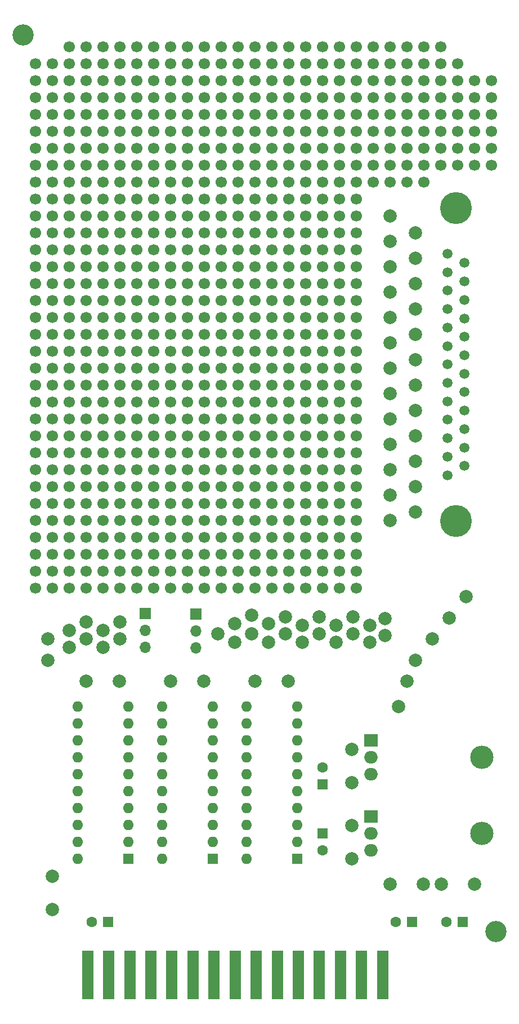
<source format=gts>
%TF.GenerationSoftware,KiCad,Pcbnew,(6.0.0)*%
%TF.CreationDate,2022-03-13T19:33:12-04:00*%
%TF.ProjectId,Northstar Protoboard,4e6f7274-6873-4746-9172-2050726f746f,rev?*%
%TF.SameCoordinates,Original*%
%TF.FileFunction,Soldermask,Top*%
%TF.FilePolarity,Negative*%
%FSLAX46Y46*%
G04 Gerber Fmt 4.6, Leading zero omitted, Abs format (unit mm)*
G04 Created by KiCad (PCBNEW (6.0.0)) date 2022-03-13 19:33:12*
%MOMM*%
%LPD*%
G01*
G04 APERTURE LIST*
%ADD10C,1.700000*%
%ADD11C,2.000000*%
%ADD12C,3.200000*%
%ADD13R,1.600000X1.600000*%
%ADD14C,1.600000*%
%ADD15R,1.700000X1.700000*%
%ADD16O,1.700000X1.700000*%
%ADD17O,3.500000X3.500000*%
%ADD18R,2.000000X1.905000*%
%ADD19O,2.000000X1.905000*%
%ADD20R,1.700000X7.400000*%
%ADD21O,1.600000X1.600000*%
%ADD22C,1.500000*%
%ADD23C,4.800000*%
G04 APERTURE END LIST*
D10*
%TO.C,REF\u002A\u002A*%
X76200000Y-35560000D03*
%TD*%
%TO.C,REF\u002A\u002A*%
X104140000Y-66040000D03*
%TD*%
%TO.C,REF\u002A\u002A*%
X104140000Y-73660000D03*
%TD*%
%TO.C,REF\u002A\u002A*%
X73660000Y-81280000D03*
%TD*%
%TO.C,REF\u002A\u002A*%
X93980000Y-81280000D03*
%TD*%
%TO.C,REF\u002A\u002A*%
X63500000Y-71120000D03*
%TD*%
%TO.C,REF\u002A\u002A*%
X96520000Y-78740000D03*
%TD*%
%TO.C,REF\u002A\u002A*%
X78740000Y-99060000D03*
%TD*%
%TO.C,REF\u002A\u002A*%
X76200000Y-104140000D03*
%TD*%
D11*
%TO.C,J6*%
X103632000Y-113538000D03*
%TD*%
%TO.C,J41*%
X118110000Y-95250000D03*
%TD*%
D10*
%TO.C,REF\u002A\u002A*%
X66040000Y-55880000D03*
%TD*%
D11*
%TO.C,J26*%
X123190000Y-111125000D03*
%TD*%
D10*
%TO.C,REF\u002A\u002A*%
X106680000Y-58420000D03*
%TD*%
%TO.C,REF\u002A\u002A*%
X93980000Y-78740000D03*
%TD*%
%TO.C,REF\u002A\u002A*%
X91440000Y-43180000D03*
%TD*%
D11*
%TO.C,J28*%
X111252000Y-112268000D03*
%TD*%
D10*
%TO.C,REF\u002A\u002A*%
X111760000Y-40640000D03*
%TD*%
%TO.C,REF\u002A\u002A*%
X93980000Y-33020000D03*
%TD*%
%TO.C,REF\u002A\u002A*%
X104140000Y-93980000D03*
%TD*%
%TO.C,REF\u002A\u002A*%
X106680000Y-40640000D03*
%TD*%
%TO.C,REF\u002A\u002A*%
X119380000Y-45720000D03*
%TD*%
%TO.C,REF\u002A\u002A*%
X88900000Y-43180000D03*
%TD*%
D11*
%TO.C,J45*%
X118110000Y-87630000D03*
%TD*%
D10*
%TO.C,REF\u002A\u002A*%
X116840000Y-35560000D03*
%TD*%
%TO.C,REF\u002A\u002A*%
X104140000Y-45720000D03*
%TD*%
%TO.C,REF\u002A\u002A*%
X96520000Y-30480000D03*
%TD*%
D11*
%TO.C,J12*%
X93472000Y-113538000D03*
%TD*%
D10*
%TO.C,REF\u002A\u002A*%
X66040000Y-60960000D03*
%TD*%
%TO.C,REF\u002A\u002A*%
X63500000Y-88900000D03*
%TD*%
%TO.C,REF\u002A\u002A*%
X109220000Y-73660000D03*
%TD*%
%TO.C,REF\u002A\u002A*%
X86360000Y-50800000D03*
%TD*%
%TO.C,REF\u002A\u002A*%
X63500000Y-78740000D03*
%TD*%
%TO.C,REF\u002A\u002A*%
X63500000Y-38100000D03*
%TD*%
%TO.C,REF\u002A\u002A*%
X111760000Y-33020000D03*
%TD*%
%TO.C,REF\u002A\u002A*%
X114300000Y-45720000D03*
%TD*%
%TO.C,REF\u002A\u002A*%
X124460000Y-30480000D03*
%TD*%
%TO.C,REF\u002A\u002A*%
X83820000Y-27940000D03*
%TD*%
%TO.C,REF\u002A\u002A*%
X127000000Y-43180000D03*
%TD*%
%TO.C,REF\u002A\u002A*%
X109220000Y-43180000D03*
%TD*%
%TO.C,REF\u002A\u002A*%
X76200000Y-58420000D03*
%TD*%
%TO.C,REF\u002A\u002A*%
X88900000Y-78740000D03*
%TD*%
%TO.C,REF\u002A\u002A*%
X91440000Y-60960000D03*
%TD*%
%TO.C,REF\u002A\u002A*%
X104140000Y-43180000D03*
%TD*%
%TO.C,REF\u002A\u002A*%
X88900000Y-76200000D03*
%TD*%
%TO.C,REF\u002A\u002A*%
X101600000Y-86360000D03*
%TD*%
%TO.C,REF\u002A\u002A*%
X60960000Y-76200000D03*
%TD*%
%TO.C,REF\u002A\u002A*%
X111760000Y-25400000D03*
%TD*%
%TO.C,REF\u002A\u002A*%
X63500000Y-96520000D03*
%TD*%
%TO.C,REF\u002A\u002A*%
X73660000Y-96520000D03*
%TD*%
%TO.C,REF\u002A\u002A*%
X99060000Y-25400000D03*
%TD*%
%TO.C,REF\u002A\u002A*%
X88900000Y-99060000D03*
%TD*%
%TO.C,REF\u002A\u002A*%
X60960000Y-88900000D03*
%TD*%
%TO.C,REF\u002A\u002A*%
X63500000Y-45720000D03*
%TD*%
%TO.C,REF\u002A\u002A*%
X104140000Y-55880000D03*
%TD*%
%TO.C,REF\u002A\u002A*%
X76200000Y-63500000D03*
%TD*%
%TO.C,REF\u002A\u002A*%
X68580000Y-76200000D03*
%TD*%
%TO.C,REF\u002A\u002A*%
X86360000Y-55880000D03*
%TD*%
%TO.C,REF\u002A\u002A*%
X106680000Y-76200000D03*
%TD*%
%TO.C,REF\u002A\u002A*%
X93980000Y-50800000D03*
%TD*%
D11*
%TO.C,J3*%
X62865000Y-117475000D03*
%TD*%
D10*
%TO.C,REF\u002A\u002A*%
X109220000Y-71120000D03*
%TD*%
%TO.C,REF\u002A\u002A*%
X119380000Y-27940000D03*
%TD*%
%TO.C,REF\u002A\u002A*%
X76200000Y-53340000D03*
%TD*%
%TO.C,REF\u002A\u002A*%
X76200000Y-48260000D03*
%TD*%
%TO.C,REF\u002A\u002A*%
X88900000Y-96520000D03*
%TD*%
%TO.C,REF\u002A\u002A*%
X106680000Y-33020000D03*
%TD*%
%TO.C,REF\u002A\u002A*%
X66040000Y-101600000D03*
%TD*%
%TO.C,REF\u002A\u002A*%
X99060000Y-33020000D03*
%TD*%
%TO.C,REF\u002A\u002A*%
X60960000Y-96520000D03*
%TD*%
%TO.C,REF\u002A\u002A*%
X96520000Y-101600000D03*
%TD*%
%TO.C,REF\u002A\u002A*%
X104140000Y-35560000D03*
%TD*%
%TO.C,REF\u002A\u002A*%
X111760000Y-45720000D03*
%TD*%
%TO.C,REF\u002A\u002A*%
X60960000Y-71120000D03*
%TD*%
%TO.C,REF\u002A\u002A*%
X78740000Y-48260000D03*
%TD*%
%TO.C,REF\u002A\u002A*%
X96520000Y-96520000D03*
%TD*%
%TO.C,REF\u002A\u002A*%
X68580000Y-83820000D03*
%TD*%
%TO.C,REF\u002A\u002A*%
X106680000Y-86360000D03*
%TD*%
%TO.C,REF\u002A\u002A*%
X66040000Y-33020000D03*
%TD*%
D12*
%TO.C,REF\u002A\u002A*%
X130222000Y-158186000D03*
%TD*%
D10*
%TO.C,REF\u002A\u002A*%
X119380000Y-30480000D03*
%TD*%
%TO.C,REF\u002A\u002A*%
X104140000Y-71120000D03*
%TD*%
%TO.C,REF\u002A\u002A*%
X121920000Y-30480000D03*
%TD*%
%TO.C,REF\u002A\u002A*%
X71120000Y-58420000D03*
%TD*%
%TO.C,REF\u002A\u002A*%
X60960000Y-30480000D03*
%TD*%
%TO.C,REF\u002A\u002A*%
X63500000Y-63500000D03*
%TD*%
%TO.C,REF\u002A\u002A*%
X93980000Y-43180000D03*
%TD*%
%TO.C,REF\u002A\u002A*%
X73660000Y-33020000D03*
%TD*%
%TO.C,REF\u002A\u002A*%
X63500000Y-33020000D03*
%TD*%
%TO.C,REF\u002A\u002A*%
X83820000Y-55880000D03*
%TD*%
%TO.C,REF\u002A\u002A*%
X66040000Y-88900000D03*
%TD*%
%TO.C,REF\u002A\u002A*%
X76200000Y-93980000D03*
%TD*%
%TO.C,REF\u002A\u002A*%
X101600000Y-91440000D03*
%TD*%
%TO.C,REF\u002A\u002A*%
X88900000Y-106680000D03*
%TD*%
%TO.C,REF\u002A\u002A*%
X71120000Y-35560000D03*
%TD*%
%TO.C,REF\u002A\u002A*%
X101600000Y-48260000D03*
%TD*%
%TO.C,REF\u002A\u002A*%
X76200000Y-25400000D03*
%TD*%
%TO.C,REF\u002A\u002A*%
X78740000Y-30480000D03*
%TD*%
%TO.C,REF\u002A\u002A*%
X121920000Y-38100000D03*
%TD*%
%TO.C,REF\u002A\u002A*%
X111760000Y-30480000D03*
%TD*%
%TO.C,REF\u002A\u002A*%
X129540000Y-30480000D03*
%TD*%
%TO.C,REF\u002A\u002A*%
X93980000Y-25400000D03*
%TD*%
%TO.C,REF\u002A\u002A*%
X66040000Y-63500000D03*
%TD*%
%TO.C,REF\u002A\u002A*%
X76200000Y-91440000D03*
%TD*%
%TO.C,REF\u002A\u002A*%
X71120000Y-45720000D03*
%TD*%
D11*
%TO.C,J58*%
X114300000Y-62230000D03*
%TD*%
D10*
%TO.C,REF\u002A\u002A*%
X78740000Y-86360000D03*
%TD*%
%TO.C,REF\u002A\u002A*%
X81280000Y-78740000D03*
%TD*%
%TO.C,REF\u002A\u002A*%
X76200000Y-27940000D03*
%TD*%
%TO.C,REF\u002A\u002A*%
X71120000Y-63500000D03*
%TD*%
%TO.C,REF\u002A\u002A*%
X88900000Y-60960000D03*
%TD*%
%TO.C,REF\u002A\u002A*%
X116840000Y-43180000D03*
%TD*%
%TO.C,REF\u002A\u002A*%
X99060000Y-73660000D03*
%TD*%
%TO.C,REF\u002A\u002A*%
X114300000Y-38100000D03*
%TD*%
%TO.C,REF\u002A\u002A*%
X86360000Y-35560000D03*
%TD*%
%TO.C,REF\u002A\u002A*%
X104140000Y-83820000D03*
%TD*%
%TO.C,REF\u002A\u002A*%
X127000000Y-38100000D03*
%TD*%
%TO.C,REF\u002A\u002A*%
X121920000Y-27940000D03*
%TD*%
%TO.C,REF\u002A\u002A*%
X91440000Y-91440000D03*
%TD*%
%TO.C,REF\u002A\u002A*%
X68580000Y-30480000D03*
%TD*%
%TO.C,REF\u002A\u002A*%
X93980000Y-27940000D03*
%TD*%
%TO.C,REF\u002A\u002A*%
X106680000Y-30480000D03*
%TD*%
%TO.C,REF\u002A\u002A*%
X101600000Y-35560000D03*
%TD*%
%TO.C,REF\u002A\u002A*%
X88900000Y-40640000D03*
%TD*%
%TO.C,REF\u002A\u002A*%
X86360000Y-27940000D03*
%TD*%
%TO.C,REF\u002A\u002A*%
X104140000Y-27940000D03*
%TD*%
%TO.C,REF\u002A\u002A*%
X106680000Y-81280000D03*
%TD*%
%TO.C,REF\u002A\u002A*%
X68580000Y-66040000D03*
%TD*%
%TO.C,REF\u002A\u002A*%
X83820000Y-25400000D03*
%TD*%
%TO.C,REF\u002A\u002A*%
X104140000Y-106680000D03*
%TD*%
%TO.C,REF\u002A\u002A*%
X63500000Y-68580000D03*
%TD*%
%TO.C,REF\u002A\u002A*%
X71120000Y-76200000D03*
%TD*%
%TO.C,REF\u002A\u002A*%
X109220000Y-86360000D03*
%TD*%
%TO.C,REF\u002A\u002A*%
X106680000Y-78740000D03*
%TD*%
%TO.C,REF\u002A\u002A*%
X60960000Y-50800000D03*
%TD*%
%TO.C,REF\u002A\u002A*%
X81280000Y-71120000D03*
%TD*%
%TO.C,REF\u002A\u002A*%
X88900000Y-30480000D03*
%TD*%
%TO.C,REF\u002A\u002A*%
X91440000Y-66040000D03*
%TD*%
%TO.C,REF\u002A\u002A*%
X96520000Y-35560000D03*
%TD*%
%TO.C,REF\u002A\u002A*%
X91440000Y-83820000D03*
%TD*%
%TO.C,REF\u002A\u002A*%
X101600000Y-45720000D03*
%TD*%
%TO.C,REF\u002A\u002A*%
X86360000Y-45720000D03*
%TD*%
%TO.C,REF\u002A\u002A*%
X83820000Y-63500000D03*
%TD*%
%TO.C,REF\u002A\u002A*%
X101600000Y-38100000D03*
%TD*%
%TO.C,REF\u002A\u002A*%
X81280000Y-58420000D03*
%TD*%
%TO.C,REF\u002A\u002A*%
X109220000Y-58420000D03*
%TD*%
%TO.C,REF\u002A\u002A*%
X104140000Y-50800000D03*
%TD*%
%TO.C,REF\u002A\u002A*%
X101600000Y-66040000D03*
%TD*%
%TO.C,REF\u002A\u002A*%
X81280000Y-33020000D03*
%TD*%
%TO.C,REF\u002A\u002A*%
X76200000Y-106680000D03*
%TD*%
%TO.C,REF\u002A\u002A*%
X78740000Y-50800000D03*
%TD*%
%TO.C,REF\u002A\u002A*%
X78740000Y-76200000D03*
%TD*%
%TO.C,REF\u002A\u002A*%
X78740000Y-38100000D03*
%TD*%
%TO.C,REF\u002A\u002A*%
X106680000Y-45720000D03*
%TD*%
%TO.C,REF\u002A\u002A*%
X86360000Y-66040000D03*
%TD*%
%TO.C,REF\u002A\u002A*%
X83820000Y-40640000D03*
%TD*%
D11*
%TO.C,J37*%
X108712000Y-110998000D03*
%TD*%
D10*
%TO.C,REF\u002A\u002A*%
X88900000Y-104140000D03*
%TD*%
%TO.C,REF\u002A\u002A*%
X99060000Y-45720000D03*
%TD*%
%TO.C,REF\u002A\u002A*%
X127000000Y-40640000D03*
%TD*%
%TO.C,REF\u002A\u002A*%
X68580000Y-48260000D03*
%TD*%
%TO.C,REF\u002A\u002A*%
X83820000Y-81280000D03*
%TD*%
%TO.C,REF\u002A\u002A*%
X78740000Y-106680000D03*
%TD*%
%TO.C,REF\u002A\u002A*%
X101600000Y-60960000D03*
%TD*%
%TO.C,REF\u002A\u002A*%
X66040000Y-73660000D03*
%TD*%
%TO.C,REF\u002A\u002A*%
X83820000Y-48260000D03*
%TD*%
%TO.C,REF\u002A\u002A*%
X86360000Y-76200000D03*
%TD*%
%TO.C,REF\u002A\u002A*%
X114300000Y-35560000D03*
%TD*%
D11*
%TO.C,J52*%
X114300000Y-73660000D03*
%TD*%
D13*
%TO.C,C8*%
X104140000Y-143510000D03*
D14*
X104140000Y-146010000D03*
%TD*%
D10*
%TO.C,REF\u002A\u002A*%
X93980000Y-55880000D03*
%TD*%
%TO.C,REF\u002A\u002A*%
X66040000Y-104140000D03*
%TD*%
D11*
%TO.C,J29*%
X101130002Y-112268000D03*
%TD*%
D10*
%TO.C,REF\u002A\u002A*%
X68580000Y-71120000D03*
%TD*%
D11*
%TO.C,C5*%
X127000000Y-151130000D03*
X122000000Y-151130000D03*
%TD*%
D10*
%TO.C,REF\u002A\u002A*%
X83820000Y-58420000D03*
%TD*%
%TO.C,REF\u002A\u002A*%
X86360000Y-63500000D03*
%TD*%
%TO.C,REF\u002A\u002A*%
X96520000Y-86360000D03*
%TD*%
D11*
%TO.C,C13*%
X94020000Y-120650000D03*
X99020000Y-120650000D03*
%TD*%
D10*
%TO.C,REF\u002A\u002A*%
X78740000Y-81280000D03*
%TD*%
%TO.C,REF\u002A\u002A*%
X124460000Y-40640000D03*
%TD*%
%TO.C,REF\u002A\u002A*%
X129540000Y-35560000D03*
%TD*%
%TO.C,REF\u002A\u002A*%
X104140000Y-63500000D03*
%TD*%
%TO.C,REF\u002A\u002A*%
X91440000Y-78740000D03*
%TD*%
%TO.C,REF\u002A\u002A*%
X73660000Y-38100000D03*
%TD*%
%TO.C,REF\u002A\u002A*%
X99060000Y-53340000D03*
%TD*%
D11*
%TO.C,J4*%
X120650000Y-114300000D03*
%TD*%
D10*
%TO.C,REF\u002A\u002A*%
X63500000Y-53340000D03*
%TD*%
%TO.C,REF\u002A\u002A*%
X116840000Y-33020000D03*
%TD*%
%TO.C,REF\u002A\u002A*%
X101600000Y-96520000D03*
%TD*%
%TO.C,REF\u002A\u002A*%
X86360000Y-58420000D03*
%TD*%
%TO.C,REF\u002A\u002A*%
X86360000Y-60960000D03*
%TD*%
%TO.C,REF\u002A\u002A*%
X66040000Y-99060000D03*
%TD*%
D11*
%TO.C,J25*%
X116840000Y-120650000D03*
%TD*%
D10*
%TO.C,REF\u002A\u002A*%
X86360000Y-101600000D03*
%TD*%
%TO.C,REF\u002A\u002A*%
X68580000Y-35560000D03*
%TD*%
%TO.C,REF\u002A\u002A*%
X96520000Y-48260000D03*
%TD*%
%TO.C,REF\u002A\u002A*%
X109220000Y-66040000D03*
%TD*%
%TO.C,REF\u002A\u002A*%
X68580000Y-88900000D03*
%TD*%
%TO.C,REF\u002A\u002A*%
X93980000Y-40640000D03*
%TD*%
%TO.C,REF\u002A\u002A*%
X91440000Y-63500000D03*
%TD*%
%TO.C,REF\u002A\u002A*%
X93980000Y-60960000D03*
%TD*%
%TO.C,REF\u002A\u002A*%
X91440000Y-27940000D03*
%TD*%
%TO.C,REF\u002A\u002A*%
X101600000Y-71120000D03*
%TD*%
%TO.C,REF\u002A\u002A*%
X71120000Y-27940000D03*
%TD*%
%TO.C,REF\u002A\u002A*%
X106680000Y-50800000D03*
%TD*%
%TO.C,REF\u002A\u002A*%
X71120000Y-68580000D03*
%TD*%
%TO.C,REF\u002A\u002A*%
X101600000Y-106680000D03*
%TD*%
%TO.C,REF\u002A\u002A*%
X93980000Y-83820000D03*
%TD*%
%TO.C,REF\u002A\u002A*%
X106680000Y-27940000D03*
%TD*%
D15*
%TO.C,J27*%
X77470000Y-110490000D03*
D16*
X77470000Y-113030000D03*
X77470000Y-115570000D03*
%TD*%
D10*
%TO.C,REF\u002A\u002A*%
X93980000Y-101600000D03*
%TD*%
%TO.C,REF\u002A\u002A*%
X91440000Y-38100000D03*
%TD*%
%TO.C,REF\u002A\u002A*%
X96520000Y-76200000D03*
%TD*%
D11*
%TO.C,J35*%
X106172000Y-114808000D03*
%TD*%
D10*
%TO.C,REF\u002A\u002A*%
X73660000Y-30480000D03*
%TD*%
%TO.C,REF\u002A\u002A*%
X109220000Y-25400000D03*
%TD*%
%TO.C,REF\u002A\u002A*%
X109220000Y-63500000D03*
%TD*%
%TO.C,REF\u002A\u002A*%
X66040000Y-50800000D03*
%TD*%
%TO.C,REF\u002A\u002A*%
X109220000Y-38100000D03*
%TD*%
%TO.C,REF\u002A\u002A*%
X78740000Y-78740000D03*
%TD*%
%TO.C,REF\u002A\u002A*%
X60960000Y-60960000D03*
%TD*%
D11*
%TO.C,J47*%
X118110000Y-83820000D03*
%TD*%
D10*
%TO.C,REF\u002A\u002A*%
X96520000Y-88900000D03*
%TD*%
%TO.C,REF\u002A\u002A*%
X101600000Y-104140000D03*
%TD*%
%TO.C,REF\u002A\u002A*%
X71120000Y-50800000D03*
%TD*%
%TO.C,REF\u002A\u002A*%
X78740000Y-33020000D03*
%TD*%
%TO.C,REF\u002A\u002A*%
X116840000Y-25400000D03*
%TD*%
%TO.C,REF\u002A\u002A*%
X109220000Y-93980000D03*
%TD*%
%TO.C,REF\u002A\u002A*%
X78740000Y-58420000D03*
%TD*%
%TO.C,REF\u002A\u002A*%
X71120000Y-93980000D03*
%TD*%
%TO.C,REF\u002A\u002A*%
X83820000Y-91440000D03*
%TD*%
%TO.C,REF\u002A\u002A*%
X60960000Y-83820000D03*
%TD*%
%TO.C,REF\u002A\u002A*%
X106680000Y-91440000D03*
%TD*%
%TO.C,REF\u002A\u002A*%
X76200000Y-66040000D03*
%TD*%
%TO.C,REF\u002A\u002A*%
X73660000Y-53340000D03*
%TD*%
D11*
%TO.C,C4*%
X63500000Y-149900000D03*
X63500000Y-154900000D03*
%TD*%
D13*
%TO.C,C2*%
X125262000Y-156796000D03*
D14*
X122762000Y-156796000D03*
%TD*%
D10*
%TO.C,REF\u002A\u002A*%
X60960000Y-33020000D03*
%TD*%
%TO.C,REF\u002A\u002A*%
X68580000Y-40640000D03*
%TD*%
%TO.C,REF\u002A\u002A*%
X66040000Y-106680000D03*
%TD*%
%TO.C,REF\u002A\u002A*%
X86360000Y-43180000D03*
%TD*%
%TO.C,REF\u002A\u002A*%
X71120000Y-55880000D03*
%TD*%
%TO.C,REF\u002A\u002A*%
X101600000Y-27940000D03*
%TD*%
D11*
%TO.C,J39*%
X114300000Y-96520000D03*
%TD*%
D10*
%TO.C,REF\u002A\u002A*%
X106680000Y-63500000D03*
%TD*%
D11*
%TO.C,J55*%
X118110000Y-68580000D03*
%TD*%
%TO.C,J2*%
X115570000Y-124460000D03*
%TD*%
%TO.C,J56*%
X114300000Y-66040000D03*
%TD*%
D10*
%TO.C,REF\u002A\u002A*%
X71120000Y-25400000D03*
%TD*%
%TO.C,REF\u002A\u002A*%
X99060000Y-27940000D03*
%TD*%
%TO.C,REF\u002A\u002A*%
X76200000Y-101600000D03*
%TD*%
%TO.C,REF\u002A\u002A*%
X91440000Y-73660000D03*
%TD*%
%TO.C,REF\u002A\u002A*%
X81280000Y-81280000D03*
%TD*%
%TO.C,REF\u002A\u002A*%
X63500000Y-76200000D03*
%TD*%
%TO.C,REF\u002A\u002A*%
X101600000Y-78740000D03*
%TD*%
%TO.C,REF\u002A\u002A*%
X96520000Y-25400000D03*
%TD*%
%TO.C,REF\u002A\u002A*%
X71120000Y-81280000D03*
%TD*%
%TO.C,REF\u002A\u002A*%
X104140000Y-88900000D03*
%TD*%
%TO.C,REF\u002A\u002A*%
X109220000Y-27940000D03*
%TD*%
%TO.C,REF\u002A\u002A*%
X88900000Y-68580000D03*
%TD*%
%TO.C,REF\u002A\u002A*%
X93980000Y-66040000D03*
%TD*%
%TO.C,REF\u002A\u002A*%
X127000000Y-33020000D03*
%TD*%
%TO.C,REF\u002A\u002A*%
X109220000Y-68580000D03*
%TD*%
%TO.C,REF\u002A\u002A*%
X119380000Y-38100000D03*
%TD*%
D11*
%TO.C,J30*%
X96012000Y-112014000D03*
%TD*%
D10*
%TO.C,REF\u002A\u002A*%
X124460000Y-27940000D03*
%TD*%
%TO.C,REF\u002A\u002A*%
X104140000Y-30480000D03*
%TD*%
%TO.C,REF\u002A\u002A*%
X66040000Y-40640000D03*
%TD*%
%TO.C,REF\u002A\u002A*%
X68580000Y-101600000D03*
%TD*%
%TO.C,REF\u002A\u002A*%
X114300000Y-30480000D03*
%TD*%
%TO.C,REF\u002A\u002A*%
X86360000Y-40640000D03*
%TD*%
%TO.C,REF\u002A\u002A*%
X109220000Y-45720000D03*
%TD*%
%TO.C,REF\u002A\u002A*%
X71120000Y-33020000D03*
%TD*%
%TO.C,REF\u002A\u002A*%
X68580000Y-73660000D03*
%TD*%
%TO.C,REF\u002A\u002A*%
X81280000Y-50800000D03*
%TD*%
%TO.C,REF\u002A\u002A*%
X66040000Y-68580000D03*
%TD*%
%TO.C,REF\u002A\u002A*%
X96520000Y-60960000D03*
%TD*%
%TO.C,REF\u002A\u002A*%
X73660000Y-45720000D03*
%TD*%
%TO.C,REF\u002A\u002A*%
X78740000Y-68580000D03*
%TD*%
D11*
%TO.C,C6*%
X114300000Y-151130000D03*
X119300000Y-151130000D03*
%TD*%
D10*
%TO.C,REF\u002A\u002A*%
X91440000Y-25400000D03*
%TD*%
%TO.C,REF\u002A\u002A*%
X83820000Y-35560000D03*
%TD*%
%TO.C,REF\u002A\u002A*%
X73660000Y-58420000D03*
%TD*%
%TO.C,REF\u002A\u002A*%
X71120000Y-43180000D03*
%TD*%
D11*
%TO.C,J9*%
X113576002Y-113792000D03*
%TD*%
D10*
%TO.C,REF\u002A\u002A*%
X124460000Y-35560000D03*
%TD*%
%TO.C,REF\u002A\u002A*%
X68580000Y-99060000D03*
%TD*%
%TO.C,REF\u002A\u002A*%
X129540000Y-43180000D03*
%TD*%
%TO.C,REF\u002A\u002A*%
X63500000Y-40640000D03*
%TD*%
%TO.C,REF\u002A\u002A*%
X91440000Y-71120000D03*
%TD*%
%TO.C,REF\u002A\u002A*%
X60960000Y-45720000D03*
%TD*%
%TO.C,REF\u002A\u002A*%
X83820000Y-43180000D03*
%TD*%
%TO.C,REF\u002A\u002A*%
X91440000Y-33020000D03*
%TD*%
%TO.C,REF\u002A\u002A*%
X96520000Y-66040000D03*
%TD*%
%TO.C,REF\u002A\u002A*%
X71120000Y-78740000D03*
%TD*%
%TO.C,REF\u002A\u002A*%
X86360000Y-53340000D03*
%TD*%
%TO.C,REF\u002A\u002A*%
X81280000Y-76200000D03*
%TD*%
%TO.C,REF\u002A\u002A*%
X101600000Y-101600000D03*
%TD*%
%TO.C,REF\u002A\u002A*%
X73660000Y-40640000D03*
%TD*%
%TO.C,REF\u002A\u002A*%
X63500000Y-99060000D03*
%TD*%
%TO.C,REF\u002A\u002A*%
X104140000Y-91440000D03*
%TD*%
%TO.C,REF\u002A\u002A*%
X81280000Y-53340000D03*
%TD*%
D11*
%TO.C,J21*%
X71120000Y-115570000D03*
%TD*%
D10*
%TO.C,REF\u002A\u002A*%
X93980000Y-48260000D03*
%TD*%
D13*
%TO.C,C1*%
X117642000Y-156796000D03*
D14*
X115142000Y-156796000D03*
%TD*%
D10*
%TO.C,REF\u002A\u002A*%
X66040000Y-27940000D03*
%TD*%
D11*
%TO.C,J63*%
X118110000Y-53340000D03*
%TD*%
D10*
%TO.C,REF\u002A\u002A*%
X60960000Y-66040000D03*
%TD*%
%TO.C,REF\u002A\u002A*%
X91440000Y-45720000D03*
%TD*%
D17*
%TO.C,U1*%
X128080000Y-143510000D03*
D18*
X111420000Y-140970000D03*
D19*
X111420000Y-143510000D03*
X111420000Y-146050000D03*
%TD*%
D10*
%TO.C,REF\u002A\u002A*%
X63500000Y-83820000D03*
%TD*%
%TO.C,REF\u002A\u002A*%
X96520000Y-55880000D03*
%TD*%
%TO.C,REF\u002A\u002A*%
X93980000Y-91440000D03*
%TD*%
%TO.C,REF\u002A\u002A*%
X101600000Y-40640000D03*
%TD*%
%TO.C,REF\u002A\u002A*%
X63500000Y-104140000D03*
%TD*%
%TO.C,REF\u002A\u002A*%
X71120000Y-30480000D03*
%TD*%
%TO.C,REF\u002A\u002A*%
X88900000Y-101600000D03*
%TD*%
%TO.C,REF\u002A\u002A*%
X106680000Y-38100000D03*
%TD*%
%TO.C,REF\u002A\u002A*%
X73660000Y-99060000D03*
%TD*%
D11*
%TO.C,J57*%
X118110000Y-64770000D03*
%TD*%
D10*
%TO.C,REF\u002A\u002A*%
X81280000Y-83820000D03*
%TD*%
%TO.C,REF\u002A\u002A*%
X109220000Y-88900000D03*
%TD*%
%TO.C,REF\u002A\u002A*%
X93980000Y-63500000D03*
%TD*%
%TO.C,REF\u002A\u002A*%
X66040000Y-45720000D03*
%TD*%
%TO.C,REF\u002A\u002A*%
X106680000Y-101600000D03*
%TD*%
%TO.C,REF\u002A\u002A*%
X81280000Y-55880000D03*
%TD*%
%TO.C,REF\u002A\u002A*%
X96520000Y-68580000D03*
%TD*%
%TO.C,REF\u002A\u002A*%
X88900000Y-63500000D03*
%TD*%
%TO.C,REF\u002A\u002A*%
X73660000Y-86360000D03*
%TD*%
D11*
%TO.C,J66*%
X118110000Y-117475000D03*
%TD*%
D10*
%TO.C,REF\u002A\u002A*%
X81280000Y-38100000D03*
%TD*%
%TO.C,REF\u002A\u002A*%
X68580000Y-106680000D03*
%TD*%
%TO.C,REF\u002A\u002A*%
X93980000Y-73660000D03*
%TD*%
%TO.C,REF\u002A\u002A*%
X119380000Y-33020000D03*
%TD*%
%TO.C,REF\u002A\u002A*%
X104140000Y-104140000D03*
%TD*%
%TO.C,REF\u002A\u002A*%
X109220000Y-60960000D03*
%TD*%
%TO.C,REF\u002A\u002A*%
X99060000Y-78740000D03*
%TD*%
%TO.C,REF\u002A\u002A*%
X121920000Y-35560000D03*
%TD*%
%TO.C,REF\u002A\u002A*%
X104140000Y-101600000D03*
%TD*%
%TO.C,REF\u002A\u002A*%
X73660000Y-106680000D03*
%TD*%
%TO.C,REF\u002A\u002A*%
X83820000Y-83820000D03*
%TD*%
%TO.C,REF\u002A\u002A*%
X91440000Y-30480000D03*
%TD*%
%TO.C,REF\u002A\u002A*%
X96520000Y-81280000D03*
%TD*%
%TO.C,REF\u002A\u002A*%
X63500000Y-43180000D03*
%TD*%
%TO.C,REF\u002A\u002A*%
X109220000Y-55880000D03*
%TD*%
%TO.C,REF\u002A\u002A*%
X68580000Y-53340000D03*
%TD*%
%TO.C,REF\u002A\u002A*%
X93980000Y-76200000D03*
%TD*%
%TO.C,REF\u002A\u002A*%
X88900000Y-81280000D03*
%TD*%
%TO.C,REF\u002A\u002A*%
X93980000Y-88900000D03*
%TD*%
%TO.C,REF\u002A\u002A*%
X66040000Y-35560000D03*
%TD*%
%TO.C,REF\u002A\u002A*%
X104140000Y-33020000D03*
%TD*%
%TO.C,REF\u002A\u002A*%
X104140000Y-60960000D03*
%TD*%
%TO.C,REF\u002A\u002A*%
X109220000Y-81280000D03*
%TD*%
%TO.C,REF\u002A\u002A*%
X63500000Y-60960000D03*
%TD*%
%TO.C,REF\u002A\u002A*%
X73660000Y-48260000D03*
%TD*%
%TO.C,REF\u002A\u002A*%
X99060000Y-60960000D03*
%TD*%
%TO.C,REF\u002A\u002A*%
X104140000Y-96520000D03*
%TD*%
%TO.C,REF\u002A\u002A*%
X109220000Y-30480000D03*
%TD*%
%TO.C,REF\u002A\u002A*%
X66040000Y-96520000D03*
%TD*%
%TO.C,REF\u002A\u002A*%
X81280000Y-88900000D03*
%TD*%
%TO.C,REF\u002A\u002A*%
X106680000Y-25400000D03*
%TD*%
%TO.C,REF\u002A\u002A*%
X71120000Y-60960000D03*
%TD*%
D11*
%TO.C,J65*%
X62865000Y-114300000D03*
%TD*%
D10*
%TO.C,REF\u002A\u002A*%
X99060000Y-93980000D03*
%TD*%
%TO.C,REF\u002A\u002A*%
X93980000Y-99060000D03*
%TD*%
%TO.C,REF\u002A\u002A*%
X73660000Y-63500000D03*
%TD*%
%TO.C,REF\u002A\u002A*%
X81280000Y-104140000D03*
%TD*%
%TO.C,REF\u002A\u002A*%
X99060000Y-71120000D03*
%TD*%
%TO.C,REF\u002A\u002A*%
X81280000Y-99060000D03*
%TD*%
%TO.C,REF\u002A\u002A*%
X106680000Y-43180000D03*
%TD*%
%TO.C,REF\u002A\u002A*%
X99060000Y-40640000D03*
%TD*%
%TO.C,REF\u002A\u002A*%
X101600000Y-55880000D03*
%TD*%
%TO.C,REF\u002A\u002A*%
X68580000Y-68580000D03*
%TD*%
%TO.C,REF\u002A\u002A*%
X99060000Y-58420000D03*
%TD*%
%TO.C,REF\u002A\u002A*%
X104140000Y-38100000D03*
%TD*%
%TO.C,REF\u002A\u002A*%
X86360000Y-93980000D03*
%TD*%
%TO.C,REF\u002A\u002A*%
X96520000Y-45720000D03*
%TD*%
%TO.C,REF\u002A\u002A*%
X88900000Y-73660000D03*
%TD*%
%TO.C,REF\u002A\u002A*%
X68580000Y-58420000D03*
%TD*%
%TO.C,REF\u002A\u002A*%
X93980000Y-86360000D03*
%TD*%
%TO.C,REF\u002A\u002A*%
X63500000Y-35560000D03*
%TD*%
%TO.C,REF\u002A\u002A*%
X86360000Y-30480000D03*
%TD*%
%TO.C,REF\u002A\u002A*%
X104140000Y-76200000D03*
%TD*%
D11*
%TO.C,J13*%
X96012000Y-114808000D03*
%TD*%
%TO.C,C9*%
X108585000Y-135850000D03*
X108585000Y-130850000D03*
%TD*%
D10*
%TO.C,REF\u002A\u002A*%
X91440000Y-76200000D03*
%TD*%
%TO.C,REF\u002A\u002A*%
X106680000Y-66040000D03*
%TD*%
%TO.C,REF\u002A\u002A*%
X78740000Y-25400000D03*
%TD*%
%TO.C,REF\u002A\u002A*%
X73660000Y-71120000D03*
%TD*%
%TO.C,REF\u002A\u002A*%
X71120000Y-99060000D03*
%TD*%
%TO.C,REF\u002A\u002A*%
X86360000Y-88900000D03*
%TD*%
%TO.C,REF\u002A\u002A*%
X83820000Y-33020000D03*
%TD*%
%TO.C,REF\u002A\u002A*%
X76200000Y-99060000D03*
%TD*%
%TO.C,REF\u002A\u002A*%
X68580000Y-93980000D03*
%TD*%
%TO.C,REF\u002A\u002A*%
X63500000Y-50800000D03*
%TD*%
%TO.C,REF\u002A\u002A*%
X106680000Y-60960000D03*
%TD*%
%TO.C,REF\u002A\u002A*%
X76200000Y-43180000D03*
%TD*%
%TO.C,REF\u002A\u002A*%
X68580000Y-55880000D03*
%TD*%
%TO.C,REF\u002A\u002A*%
X91440000Y-99060000D03*
%TD*%
%TO.C,REF\u002A\u002A*%
X86360000Y-68580000D03*
%TD*%
%TO.C,REF\u002A\u002A*%
X71120000Y-91440000D03*
%TD*%
%TO.C,REF\u002A\u002A*%
X93980000Y-68580000D03*
%TD*%
%TO.C,REF\u002A\u002A*%
X76200000Y-73660000D03*
%TD*%
%TO.C,REF\u002A\u002A*%
X76200000Y-55880000D03*
%TD*%
%TO.C,REF\u002A\u002A*%
X119380000Y-35560000D03*
%TD*%
%TO.C,REF\u002A\u002A*%
X83820000Y-106680000D03*
%TD*%
%TO.C,REF\u002A\u002A*%
X96520000Y-99060000D03*
%TD*%
D11*
%TO.C,C10*%
X108585000Y-147280000D03*
X108585000Y-142280000D03*
%TD*%
D17*
%TO.C,U2*%
X128080000Y-132080000D03*
D18*
X111420000Y-129540000D03*
D19*
X111420000Y-132080000D03*
X111420000Y-134620000D03*
%TD*%
D10*
%TO.C,REF\u002A\u002A*%
X78740000Y-73660000D03*
%TD*%
%TO.C,REF\u002A\u002A*%
X129540000Y-33020000D03*
%TD*%
%TO.C,REF\u002A\u002A*%
X121920000Y-43180000D03*
%TD*%
D20*
%TO.C,J1*%
X113176400Y-164736000D03*
X110007600Y-164736000D03*
X106838700Y-164736000D03*
X103669800Y-164736000D03*
X100500900Y-164736000D03*
X97332000Y-164736000D03*
X94163100Y-164736000D03*
X90994200Y-164736000D03*
X87825300Y-164736000D03*
X84656400Y-164736000D03*
X81487600Y-164736000D03*
X78318700Y-164736000D03*
X75149780Y-164736000D03*
X71980890Y-164736000D03*
X68812000Y-164736000D03*
X68812000Y-164736000D03*
%TD*%
D10*
%TO.C,REF\u002A\u002A*%
X78740000Y-104140000D03*
%TD*%
D11*
%TO.C,J33*%
X88392000Y-113538000D03*
%TD*%
D10*
%TO.C,REF\u002A\u002A*%
X104140000Y-40640000D03*
%TD*%
%TO.C,REF\u002A\u002A*%
X68580000Y-38100000D03*
%TD*%
D12*
%TO.C,REF\u002A\u002A*%
X59092000Y-23576000D03*
%TD*%
D11*
%TO.C,J59*%
X118110000Y-60960000D03*
%TD*%
D10*
%TO.C,REF\u002A\u002A*%
X68580000Y-96520000D03*
%TD*%
%TO.C,REF\u002A\u002A*%
X66040000Y-48260000D03*
%TD*%
D11*
%TO.C,J15*%
X103670002Y-110998000D03*
%TD*%
D10*
%TO.C,REF\u002A\u002A*%
X91440000Y-101600000D03*
%TD*%
%TO.C,REF\u002A\u002A*%
X66040000Y-83820000D03*
%TD*%
%TO.C,REF\u002A\u002A*%
X60960000Y-73660000D03*
%TD*%
%TO.C,REF\u002A\u002A*%
X68580000Y-45720000D03*
%TD*%
D11*
%TO.C,C11*%
X68620000Y-120650000D03*
X73620000Y-120650000D03*
%TD*%
D10*
%TO.C,REF\u002A\u002A*%
X99060000Y-50800000D03*
%TD*%
%TO.C,REF\u002A\u002A*%
X99060000Y-30480000D03*
%TD*%
%TO.C,REF\u002A\u002A*%
X127000000Y-35560000D03*
%TD*%
%TO.C,REF\u002A\u002A*%
X81280000Y-63500000D03*
%TD*%
%TO.C,REF\u002A\u002A*%
X60960000Y-40640000D03*
%TD*%
%TO.C,REF\u002A\u002A*%
X76200000Y-76200000D03*
%TD*%
%TO.C,REF\u002A\u002A*%
X96520000Y-83820000D03*
%TD*%
%TO.C,REF\u002A\u002A*%
X83820000Y-104140000D03*
%TD*%
%TO.C,REF\u002A\u002A*%
X83820000Y-99060000D03*
%TD*%
%TO.C,REF\u002A\u002A*%
X73660000Y-73660000D03*
%TD*%
%TO.C,REF\u002A\u002A*%
X66040000Y-86360000D03*
%TD*%
%TO.C,REF\u002A\u002A*%
X99060000Y-66040000D03*
%TD*%
D11*
%TO.C,C12*%
X81320000Y-120650000D03*
X86320000Y-120650000D03*
%TD*%
D10*
%TO.C,REF\u002A\u002A*%
X60960000Y-27940000D03*
%TD*%
%TO.C,REF\u002A\u002A*%
X106680000Y-93980000D03*
%TD*%
%TO.C,REF\u002A\u002A*%
X78740000Y-83820000D03*
%TD*%
%TO.C,REF\u002A\u002A*%
X88900000Y-83820000D03*
%TD*%
%TO.C,REF\u002A\u002A*%
X83820000Y-71120000D03*
%TD*%
%TO.C,REF\u002A\u002A*%
X101600000Y-88900000D03*
%TD*%
%TO.C,REF\u002A\u002A*%
X76200000Y-68580000D03*
%TD*%
%TO.C,REF\u002A\u002A*%
X88900000Y-55880000D03*
%TD*%
%TO.C,REF\u002A\u002A*%
X76200000Y-30480000D03*
%TD*%
%TO.C,REF\u002A\u002A*%
X109220000Y-101600000D03*
%TD*%
%TO.C,REF\u002A\u002A*%
X86360000Y-38100000D03*
%TD*%
%TO.C,REF\u002A\u002A*%
X68580000Y-63500000D03*
%TD*%
%TO.C,REF\u002A\u002A*%
X73660000Y-35560000D03*
%TD*%
%TO.C,REF\u002A\u002A*%
X81280000Y-68580000D03*
%TD*%
%TO.C,REF\u002A\u002A*%
X63500000Y-55880000D03*
%TD*%
%TO.C,REF\u002A\u002A*%
X76200000Y-50800000D03*
%TD*%
%TO.C,REF\u002A\u002A*%
X93980000Y-45720000D03*
%TD*%
%TO.C,REF\u002A\u002A*%
X86360000Y-78740000D03*
%TD*%
D11*
%TO.C,J50*%
X114300000Y-77470000D03*
%TD*%
D10*
%TO.C,REF\u002A\u002A*%
X78740000Y-60960000D03*
%TD*%
%TO.C,REF\u002A\u002A*%
X106680000Y-48260000D03*
%TD*%
%TO.C,REF\u002A\u002A*%
X83820000Y-38100000D03*
%TD*%
%TO.C,REF\u002A\u002A*%
X73660000Y-27940000D03*
%TD*%
%TO.C,REF\u002A\u002A*%
X76200000Y-83820000D03*
%TD*%
%TO.C,REF\u002A\u002A*%
X66040000Y-78740000D03*
%TD*%
%TO.C,REF\u002A\u002A*%
X71120000Y-66040000D03*
%TD*%
%TO.C,REF\u002A\u002A*%
X73660000Y-66040000D03*
%TD*%
%TO.C,REF\u002A\u002A*%
X63500000Y-101600000D03*
%TD*%
%TO.C,REF\u002A\u002A*%
X81280000Y-86360000D03*
%TD*%
%TO.C,REF\u002A\u002A*%
X86360000Y-99060000D03*
%TD*%
%TO.C,REF\u002A\u002A*%
X106680000Y-68580000D03*
%TD*%
%TO.C,REF\u002A\u002A*%
X73660000Y-83820000D03*
%TD*%
%TO.C,REF\u002A\u002A*%
X66040000Y-25400000D03*
%TD*%
%TO.C,REF\u002A\u002A*%
X99060000Y-101600000D03*
%TD*%
%TO.C,REF\u002A\u002A*%
X78740000Y-66040000D03*
%TD*%
%TO.C,REF\u002A\u002A*%
X109220000Y-33020000D03*
%TD*%
%TO.C,REF\u002A\u002A*%
X93980000Y-96520000D03*
%TD*%
%TO.C,REF\u002A\u002A*%
X116840000Y-45720000D03*
%TD*%
%TO.C,REF\u002A\u002A*%
X78740000Y-55880000D03*
%TD*%
%TO.C,REF\u002A\u002A*%
X119380000Y-40640000D03*
%TD*%
%TO.C,REF\u002A\u002A*%
X96520000Y-27940000D03*
%TD*%
%TO.C,REF\u002A\u002A*%
X91440000Y-40640000D03*
%TD*%
%TO.C,REF\u002A\u002A*%
X101600000Y-30480000D03*
%TD*%
%TO.C,REF\u002A\u002A*%
X73660000Y-93980000D03*
%TD*%
%TO.C,REF\u002A\u002A*%
X83820000Y-60960000D03*
%TD*%
%TO.C,REF\u002A\u002A*%
X106680000Y-83820000D03*
%TD*%
%TO.C,REF\u002A\u002A*%
X78740000Y-71120000D03*
%TD*%
%TO.C,REF\u002A\u002A*%
X109220000Y-78740000D03*
%TD*%
%TO.C,REF\u002A\u002A*%
X121920000Y-25400000D03*
%TD*%
%TO.C,REF\u002A\u002A*%
X83820000Y-86360000D03*
%TD*%
%TO.C,REF\u002A\u002A*%
X73660000Y-25400000D03*
%TD*%
%TO.C,REF\u002A\u002A*%
X63500000Y-93980000D03*
%TD*%
%TO.C,REF\u002A\u002A*%
X81280000Y-40640000D03*
%TD*%
%TO.C,REF\u002A\u002A*%
X106680000Y-55880000D03*
%TD*%
%TO.C,REF\u002A\u002A*%
X60960000Y-91440000D03*
%TD*%
%TO.C,REF\u002A\u002A*%
X88900000Y-35560000D03*
%TD*%
%TO.C,REF\u002A\u002A*%
X88900000Y-38100000D03*
%TD*%
%TO.C,REF\u002A\u002A*%
X99060000Y-63500000D03*
%TD*%
D11*
%TO.C,J60*%
X114300000Y-58420000D03*
%TD*%
D10*
%TO.C,REF\u002A\u002A*%
X86360000Y-71120000D03*
%TD*%
%TO.C,REF\u002A\u002A*%
X91440000Y-93980000D03*
%TD*%
%TO.C,REF\u002A\u002A*%
X93980000Y-71120000D03*
%TD*%
D11*
%TO.C,J61*%
X118110000Y-57150000D03*
%TD*%
D10*
%TO.C,REF\u002A\u002A*%
X78740000Y-43180000D03*
%TD*%
%TO.C,REF\u002A\u002A*%
X116840000Y-30480000D03*
%TD*%
%TO.C,REF\u002A\u002A*%
X71120000Y-106680000D03*
%TD*%
D13*
%TO.C,C7*%
X104140000Y-136079113D03*
D14*
X104140000Y-133579113D03*
%TD*%
D11*
%TO.C,J23*%
X66040000Y-113030000D03*
%TD*%
D10*
%TO.C,REF\u002A\u002A*%
X99060000Y-43180000D03*
%TD*%
%TO.C,REF\u002A\u002A*%
X96520000Y-53340000D03*
%TD*%
%TO.C,REF\u002A\u002A*%
X106680000Y-88900000D03*
%TD*%
D11*
%TO.C,J24*%
X73660000Y-114300000D03*
%TD*%
D10*
%TO.C,REF\u002A\u002A*%
X88900000Y-50800000D03*
%TD*%
%TO.C,REF\u002A\u002A*%
X93980000Y-93980000D03*
%TD*%
%TO.C,REF\u002A\u002A*%
X88900000Y-48260000D03*
%TD*%
%TO.C,REF\u002A\u002A*%
X91440000Y-88900000D03*
%TD*%
%TO.C,REF\u002A\u002A*%
X68580000Y-25400000D03*
%TD*%
%TO.C,REF\u002A\u002A*%
X101600000Y-50800000D03*
%TD*%
%TO.C,REF\u002A\u002A*%
X83820000Y-30480000D03*
%TD*%
%TO.C,REF\u002A\u002A*%
X73660000Y-60960000D03*
%TD*%
%TO.C,REF\u002A\u002A*%
X96520000Y-93980000D03*
%TD*%
%TO.C,REF\u002A\u002A*%
X106680000Y-96520000D03*
%TD*%
%TO.C,REF\u002A\u002A*%
X114300000Y-27940000D03*
%TD*%
%TO.C,REF\u002A\u002A*%
X114300000Y-25400000D03*
%TD*%
%TO.C,REF\u002A\u002A*%
X68580000Y-91440000D03*
%TD*%
%TO.C,REF\u002A\u002A*%
X81280000Y-27940000D03*
%TD*%
%TO.C,REF\u002A\u002A*%
X109220000Y-91440000D03*
%TD*%
%TO.C,REF\u002A\u002A*%
X109220000Y-99060000D03*
%TD*%
%TO.C,REF\u002A\u002A*%
X99060000Y-38100000D03*
%TD*%
D13*
%TO.C,U5*%
X100320000Y-147315000D03*
D21*
X100320000Y-144775000D03*
X100320000Y-142235000D03*
X100320000Y-139695000D03*
X100320000Y-137155000D03*
X100320000Y-134615000D03*
X100320000Y-132075000D03*
X100320000Y-129535000D03*
X100320000Y-126995000D03*
X100320000Y-124455000D03*
X92700000Y-124455000D03*
X92700000Y-126995000D03*
X92700000Y-129535000D03*
X92700000Y-132075000D03*
X92700000Y-134615000D03*
X92700000Y-137155000D03*
X92700000Y-139695000D03*
X92700000Y-142235000D03*
X92700000Y-144775000D03*
X92700000Y-147315000D03*
%TD*%
D10*
%TO.C,REF\u002A\u002A*%
X88900000Y-71120000D03*
%TD*%
D11*
%TO.C,J48*%
X114300000Y-81280000D03*
%TD*%
D10*
%TO.C,REF\u002A\u002A*%
X78740000Y-101600000D03*
%TD*%
%TO.C,REF\u002A\u002A*%
X76200000Y-38100000D03*
%TD*%
%TO.C,REF\u002A\u002A*%
X66040000Y-93980000D03*
%TD*%
%TO.C,REF\u002A\u002A*%
X73660000Y-55880000D03*
%TD*%
%TO.C,REF\u002A\u002A*%
X71120000Y-38100000D03*
%TD*%
%TO.C,REF\u002A\u002A*%
X63500000Y-81280000D03*
%TD*%
D11*
%TO.C,J19*%
X66040000Y-115570000D03*
%TD*%
D10*
%TO.C,REF\u002A\u002A*%
X71120000Y-73660000D03*
%TD*%
%TO.C,REF\u002A\u002A*%
X63500000Y-27940000D03*
%TD*%
%TO.C,REF\u002A\u002A*%
X101600000Y-25400000D03*
%TD*%
%TO.C,REF\u002A\u002A*%
X76200000Y-96520000D03*
%TD*%
%TO.C,REF\u002A\u002A*%
X88900000Y-93980000D03*
%TD*%
%TO.C,REF\u002A\u002A*%
X116840000Y-40640000D03*
%TD*%
%TO.C,REF\u002A\u002A*%
X104140000Y-25400000D03*
%TD*%
%TO.C,REF\u002A\u002A*%
X68580000Y-43180000D03*
%TD*%
%TO.C,REF\u002A\u002A*%
X111760000Y-35560000D03*
%TD*%
%TO.C,REF\u002A\u002A*%
X124460000Y-38100000D03*
%TD*%
D11*
%TO.C,J20*%
X68580000Y-114300000D03*
%TD*%
D10*
%TO.C,REF\u002A\u002A*%
X83820000Y-78740000D03*
%TD*%
%TO.C,REF\u002A\u002A*%
X88900000Y-88900000D03*
%TD*%
%TO.C,REF\u002A\u002A*%
X86360000Y-106680000D03*
%TD*%
%TO.C,REF\u002A\u002A*%
X86360000Y-81280000D03*
%TD*%
%TO.C,REF\u002A\u002A*%
X66040000Y-76200000D03*
%TD*%
%TO.C,REF\u002A\u002A*%
X116840000Y-27940000D03*
%TD*%
%TO.C,REF\u002A\u002A*%
X124460000Y-43180000D03*
%TD*%
D11*
%TO.C,J18*%
X71120000Y-113030000D03*
%TD*%
D13*
%TO.C,U4*%
X74930000Y-147320000D03*
D21*
X74930000Y-144780000D03*
X74930000Y-142240000D03*
X74930000Y-139700000D03*
X74930000Y-137160000D03*
X74930000Y-134620000D03*
X74930000Y-132080000D03*
X74930000Y-129540000D03*
X74930000Y-127000000D03*
X74930000Y-124460000D03*
X67310000Y-124460000D03*
X67310000Y-127000000D03*
X67310000Y-129540000D03*
X67310000Y-132080000D03*
X67310000Y-134620000D03*
X67310000Y-137160000D03*
X67310000Y-139700000D03*
X67310000Y-142240000D03*
X67310000Y-144780000D03*
X67310000Y-147320000D03*
%TD*%
D10*
%TO.C,REF\u002A\u002A*%
X91440000Y-86360000D03*
%TD*%
%TO.C,REF\u002A\u002A*%
X99060000Y-96520000D03*
%TD*%
%TO.C,REF\u002A\u002A*%
X63500000Y-58420000D03*
%TD*%
%TO.C,REF\u002A\u002A*%
X111760000Y-38100000D03*
%TD*%
%TO.C,REF\u002A\u002A*%
X104140000Y-78740000D03*
%TD*%
%TO.C,REF\u002A\u002A*%
X71120000Y-86360000D03*
%TD*%
%TO.C,REF\u002A\u002A*%
X91440000Y-53340000D03*
%TD*%
%TO.C,REF\u002A\u002A*%
X121920000Y-33020000D03*
%TD*%
%TO.C,REF\u002A\u002A*%
X88900000Y-91440000D03*
%TD*%
D13*
%TO.C,C3*%
X71922000Y-156796000D03*
D14*
X69422000Y-156796000D03*
%TD*%
D10*
%TO.C,REF\u002A\u002A*%
X60960000Y-35560000D03*
%TD*%
%TO.C,REF\u002A\u002A*%
X60960000Y-99060000D03*
%TD*%
%TO.C,REF\u002A\u002A*%
X93980000Y-53340000D03*
%TD*%
%TO.C,REF\u002A\u002A*%
X106680000Y-106680000D03*
%TD*%
%TO.C,REF\u002A\u002A*%
X60960000Y-93980000D03*
%TD*%
%TO.C,REF\u002A\u002A*%
X81280000Y-30480000D03*
%TD*%
%TO.C,REF\u002A\u002A*%
X111760000Y-43180000D03*
%TD*%
%TO.C,REF\u002A\u002A*%
X78740000Y-40640000D03*
%TD*%
%TO.C,REF\u002A\u002A*%
X101600000Y-76200000D03*
%TD*%
%TO.C,REF\u002A\u002A*%
X83820000Y-53340000D03*
%TD*%
%TO.C,REF\u002A\u002A*%
X78740000Y-91440000D03*
%TD*%
D11*
%TO.C,J64*%
X114300000Y-50800000D03*
%TD*%
D10*
%TO.C,REF\u002A\u002A*%
X101600000Y-63500000D03*
%TD*%
%TO.C,REF\u002A\u002A*%
X93980000Y-106680000D03*
%TD*%
D11*
%TO.C,J42*%
X114300000Y-92710000D03*
%TD*%
%TO.C,J5*%
X125730000Y-107950000D03*
%TD*%
D10*
%TO.C,REF\u002A\u002A*%
X88900000Y-66040000D03*
%TD*%
%TO.C,REF\u002A\u002A*%
X68580000Y-86360000D03*
%TD*%
%TO.C,REF\u002A\u002A*%
X124460000Y-33020000D03*
%TD*%
%TO.C,REF\u002A\u002A*%
X86360000Y-91440000D03*
%TD*%
%TO.C,REF\u002A\u002A*%
X109220000Y-83820000D03*
%TD*%
%TO.C,REF\u002A\u002A*%
X104140000Y-58420000D03*
%TD*%
%TO.C,REF\u002A\u002A*%
X60960000Y-78740000D03*
%TD*%
%TO.C,REF\u002A\u002A*%
X78740000Y-63500000D03*
%TD*%
%TO.C,REF\u002A\u002A*%
X66040000Y-43180000D03*
%TD*%
%TO.C,REF\u002A\u002A*%
X88900000Y-25400000D03*
%TD*%
D11*
%TO.C,J62*%
X114300000Y-54610000D03*
%TD*%
D10*
%TO.C,REF\u002A\u002A*%
X78740000Y-96520000D03*
%TD*%
%TO.C,REF\u002A\u002A*%
X91440000Y-104140000D03*
%TD*%
%TO.C,REF\u002A\u002A*%
X91440000Y-68580000D03*
%TD*%
%TO.C,REF\u002A\u002A*%
X86360000Y-25400000D03*
%TD*%
%TO.C,REF\u002A\u002A*%
X68580000Y-50800000D03*
%TD*%
%TO.C,REF\u002A\u002A*%
X96520000Y-43180000D03*
%TD*%
D11*
%TO.C,J51*%
X118110000Y-76200000D03*
%TD*%
D10*
%TO.C,REF\u002A\u002A*%
X81280000Y-66040000D03*
%TD*%
%TO.C,REF\u002A\u002A*%
X83820000Y-45720000D03*
%TD*%
%TO.C,REF\u002A\u002A*%
X86360000Y-104140000D03*
%TD*%
%TO.C,REF\u002A\u002A*%
X63500000Y-30480000D03*
%TD*%
%TO.C,REF\u002A\u002A*%
X106680000Y-35560000D03*
%TD*%
%TO.C,REF\u002A\u002A*%
X101600000Y-99060000D03*
%TD*%
%TO.C,REF\u002A\u002A*%
X68580000Y-104140000D03*
%TD*%
%TO.C,REF\u002A\u002A*%
X76200000Y-45720000D03*
%TD*%
D11*
%TO.C,J46*%
X114300000Y-85090000D03*
%TD*%
D10*
%TO.C,REF\u002A\u002A*%
X60960000Y-63500000D03*
%TD*%
%TO.C,REF\u002A\u002A*%
X96520000Y-73660000D03*
%TD*%
%TO.C,REF\u002A\u002A*%
X109220000Y-50800000D03*
%TD*%
%TO.C,REF\u002A\u002A*%
X76200000Y-86360000D03*
%TD*%
%TO.C,REF\u002A\u002A*%
X60960000Y-43180000D03*
%TD*%
%TO.C,REF\u002A\u002A*%
X114300000Y-43180000D03*
%TD*%
%TO.C,REF\u002A\u002A*%
X129540000Y-38100000D03*
%TD*%
%TO.C,REF\u002A\u002A*%
X86360000Y-83820000D03*
%TD*%
%TO.C,REF\u002A\u002A*%
X63500000Y-48260000D03*
%TD*%
%TO.C,REF\u002A\u002A*%
X81280000Y-48260000D03*
%TD*%
%TO.C,REF\u002A\u002A*%
X114300000Y-33020000D03*
%TD*%
%TO.C,REF\u002A\u002A*%
X86360000Y-48260000D03*
%TD*%
%TO.C,REF\u002A\u002A*%
X88900000Y-33020000D03*
%TD*%
%TO.C,REF\u002A\u002A*%
X60960000Y-48260000D03*
%TD*%
%TO.C,REF\u002A\u002A*%
X86360000Y-33020000D03*
%TD*%
%TO.C,REF\u002A\u002A*%
X60960000Y-53340000D03*
%TD*%
%TO.C,REF\u002A\u002A*%
X99060000Y-99060000D03*
%TD*%
%TO.C,REF\u002A\u002A*%
X109220000Y-53340000D03*
%TD*%
%TO.C,REF\u002A\u002A*%
X109220000Y-106680000D03*
%TD*%
%TO.C,REF\u002A\u002A*%
X71120000Y-96520000D03*
%TD*%
%TO.C,REF\u002A\u002A*%
X106680000Y-73660000D03*
%TD*%
%TO.C,REF\u002A\u002A*%
X83820000Y-73660000D03*
%TD*%
%TO.C,REF\u002A\u002A*%
X96520000Y-71120000D03*
%TD*%
%TO.C,REF\u002A\u002A*%
X76200000Y-81280000D03*
%TD*%
%TO.C,REF\u002A\u002A*%
X109220000Y-104140000D03*
%TD*%
%TO.C,REF\u002A\u002A*%
X71120000Y-53340000D03*
%TD*%
%TO.C,REF\u002A\u002A*%
X73660000Y-101600000D03*
%TD*%
D11*
%TO.C,J34*%
X90932000Y-112014000D03*
%TD*%
D10*
%TO.C,REF\u002A\u002A*%
X60960000Y-68580000D03*
%TD*%
%TO.C,REF\u002A\u002A*%
X81280000Y-96520000D03*
%TD*%
%TO.C,REF\u002A\u002A*%
X83820000Y-68580000D03*
%TD*%
%TO.C,REF\u002A\u002A*%
X109220000Y-35560000D03*
%TD*%
%TO.C,REF\u002A\u002A*%
X76200000Y-40640000D03*
%TD*%
%TO.C,REF\u002A\u002A*%
X109220000Y-48260000D03*
%TD*%
D11*
%TO.C,J16*%
X98590002Y-110998000D03*
%TD*%
D10*
%TO.C,REF\u002A\u002A*%
X119380000Y-43180000D03*
%TD*%
%TO.C,REF\u002A\u002A*%
X91440000Y-35560000D03*
%TD*%
%TO.C,REF\u002A\u002A*%
X73660000Y-78740000D03*
%TD*%
D11*
%TO.C,J54*%
X114300000Y-69850000D03*
%TD*%
D10*
%TO.C,REF\u002A\u002A*%
X73660000Y-76200000D03*
%TD*%
%TO.C,REF\u002A\u002A*%
X83820000Y-93980000D03*
%TD*%
%TO.C,REF\u002A\u002A*%
X111760000Y-27940000D03*
%TD*%
%TO.C,REF\u002A\u002A*%
X60960000Y-55880000D03*
%TD*%
%TO.C,REF\u002A\u002A*%
X96520000Y-91440000D03*
%TD*%
D11*
%TO.C,J49*%
X118110000Y-80010000D03*
%TD*%
D10*
%TO.C,REF\u002A\u002A*%
X106680000Y-104140000D03*
%TD*%
%TO.C,REF\u002A\u002A*%
X88900000Y-86360000D03*
%TD*%
%TO.C,REF\u002A\u002A*%
X96520000Y-104140000D03*
%TD*%
%TO.C,REF\u002A\u002A*%
X73660000Y-50800000D03*
%TD*%
%TO.C,REF\u002A\u002A*%
X91440000Y-55880000D03*
%TD*%
%TO.C,REF\u002A\u002A*%
X66040000Y-71120000D03*
%TD*%
%TO.C,REF\u002A\u002A*%
X86360000Y-96520000D03*
%TD*%
%TO.C,REF\u002A\u002A*%
X104140000Y-99060000D03*
%TD*%
%TO.C,REF\u002A\u002A*%
X81280000Y-91440000D03*
%TD*%
%TO.C,REF\u002A\u002A*%
X109220000Y-40640000D03*
%TD*%
%TO.C,REF\u002A\u002A*%
X63500000Y-91440000D03*
%TD*%
%TO.C,REF\u002A\u002A*%
X73660000Y-68580000D03*
%TD*%
%TO.C,REF\u002A\u002A*%
X68580000Y-27940000D03*
%TD*%
%TO.C,REF\u002A\u002A*%
X96520000Y-40640000D03*
%TD*%
%TO.C,REF\u002A\u002A*%
X60960000Y-101600000D03*
%TD*%
%TO.C,REF\u002A\u002A*%
X93980000Y-58420000D03*
%TD*%
%TO.C,REF\u002A\u002A*%
X66040000Y-53340000D03*
%TD*%
%TO.C,REF\u002A\u002A*%
X63500000Y-73660000D03*
%TD*%
D11*
%TO.C,J10*%
X106172000Y-112268000D03*
%TD*%
D10*
%TO.C,REF\u002A\u002A*%
X99060000Y-68580000D03*
%TD*%
%TO.C,REF\u002A\u002A*%
X78740000Y-93980000D03*
%TD*%
%TO.C,REF\u002A\u002A*%
X60960000Y-104140000D03*
%TD*%
%TO.C,REF\u002A\u002A*%
X66040000Y-66040000D03*
%TD*%
%TO.C,REF\u002A\u002A*%
X86360000Y-73660000D03*
%TD*%
%TO.C,REF\u002A\u002A*%
X106680000Y-99060000D03*
%TD*%
D11*
%TO.C,J38*%
X111252000Y-114808000D03*
%TD*%
D10*
%TO.C,REF\u002A\u002A*%
X99060000Y-35560000D03*
%TD*%
%TO.C,REF\u002A\u002A*%
X101600000Y-53340000D03*
%TD*%
%TO.C,REF\u002A\u002A*%
X99060000Y-104140000D03*
%TD*%
%TO.C,REF\u002A\u002A*%
X88900000Y-45720000D03*
%TD*%
%TO.C,REF\u002A\u002A*%
X71120000Y-88900000D03*
%TD*%
%TO.C,REF\u002A\u002A*%
X101600000Y-81280000D03*
%TD*%
%TO.C,REF\u002A\u002A*%
X93980000Y-104140000D03*
%TD*%
%TO.C,REF\u002A\u002A*%
X104140000Y-48260000D03*
%TD*%
%TO.C,REF\u002A\u002A*%
X60960000Y-38100000D03*
%TD*%
%TO.C,REF\u002A\u002A*%
X88900000Y-27940000D03*
%TD*%
D11*
%TO.C,J53*%
X118110000Y-72390000D03*
%TD*%
D10*
%TO.C,REF\u002A\u002A*%
X78740000Y-53340000D03*
%TD*%
%TO.C,REF\u002A\u002A*%
X101600000Y-43180000D03*
%TD*%
%TO.C,REF\u002A\u002A*%
X63500000Y-86360000D03*
%TD*%
%TO.C,REF\u002A\u002A*%
X99060000Y-86360000D03*
%TD*%
%TO.C,REF\u002A\u002A*%
X60960000Y-86360000D03*
%TD*%
%TO.C,REF\u002A\u002A*%
X99060000Y-88900000D03*
%TD*%
%TO.C,REF\u002A\u002A*%
X81280000Y-106680000D03*
%TD*%
%TO.C,REF\u002A\u002A*%
X91440000Y-81280000D03*
%TD*%
D22*
%TO.C,J40*%
X122918000Y-56446000D03*
X122918000Y-59216000D03*
X122918000Y-61986000D03*
X122918000Y-64756000D03*
X122918000Y-67526000D03*
X122918000Y-70296000D03*
X122918000Y-73066000D03*
X122918000Y-75836000D03*
X122918000Y-78606000D03*
X122918000Y-81376000D03*
X122918000Y-84146000D03*
X122918000Y-86916000D03*
X122918000Y-89686000D03*
X125458000Y-57831000D03*
X125458000Y-60601000D03*
X125458000Y-63371000D03*
X125458000Y-66141000D03*
X125458000Y-68911000D03*
X125458000Y-71681000D03*
X125458000Y-74451000D03*
X125458000Y-77221000D03*
X125458000Y-79991000D03*
X125458000Y-82761000D03*
X125458000Y-85531000D03*
X125458000Y-88301000D03*
D23*
X124188000Y-49546000D03*
X124188000Y-96586000D03*
%TD*%
D10*
%TO.C,REF\u002A\u002A*%
X78740000Y-27940000D03*
%TD*%
%TO.C,REF\u002A\u002A*%
X99060000Y-91440000D03*
%TD*%
D11*
%TO.C,J43*%
X118110000Y-91440000D03*
%TD*%
D10*
%TO.C,REF\u002A\u002A*%
X81280000Y-43180000D03*
%TD*%
%TO.C,REF\u002A\u002A*%
X99060000Y-76200000D03*
%TD*%
%TO.C,REF\u002A\u002A*%
X81280000Y-25400000D03*
%TD*%
%TO.C,REF\u002A\u002A*%
X76200000Y-71120000D03*
%TD*%
%TO.C,REF\u002A\u002A*%
X83820000Y-76200000D03*
%TD*%
%TO.C,REF\u002A\u002A*%
X83820000Y-88900000D03*
%TD*%
%TO.C,REF\u002A\u002A*%
X101600000Y-93980000D03*
%TD*%
%TO.C,REF\u002A\u002A*%
X76200000Y-33020000D03*
%TD*%
%TO.C,REF\u002A\u002A*%
X63500000Y-66040000D03*
%TD*%
D11*
%TO.C,J36*%
X108712000Y-113538000D03*
%TD*%
D10*
%TO.C,REF\u002A\u002A*%
X71120000Y-83820000D03*
%TD*%
%TO.C,REF\u002A\u002A*%
X99060000Y-55880000D03*
%TD*%
%TO.C,REF\u002A\u002A*%
X71120000Y-48260000D03*
%TD*%
%TO.C,REF\u002A\u002A*%
X81280000Y-60960000D03*
%TD*%
%TO.C,REF\u002A\u002A*%
X76200000Y-88900000D03*
%TD*%
%TO.C,REF\u002A\u002A*%
X101600000Y-73660000D03*
%TD*%
D11*
%TO.C,J17*%
X73660000Y-111760000D03*
%TD*%
D10*
%TO.C,REF\u002A\u002A*%
X96520000Y-63500000D03*
%TD*%
%TO.C,REF\u002A\u002A*%
X96520000Y-33020000D03*
%TD*%
%TO.C,REF\u002A\u002A*%
X83820000Y-101600000D03*
%TD*%
%TO.C,REF\u002A\u002A*%
X119380000Y-25400000D03*
%TD*%
%TO.C,REF\u002A\u002A*%
X93980000Y-35560000D03*
%TD*%
%TO.C,REF\u002A\u002A*%
X81280000Y-35560000D03*
%TD*%
%TO.C,REF\u002A\u002A*%
X93980000Y-38100000D03*
%TD*%
%TO.C,REF\u002A\u002A*%
X78740000Y-88900000D03*
%TD*%
%TO.C,REF\u002A\u002A*%
X68580000Y-33020000D03*
%TD*%
%TO.C,REF\u002A\u002A*%
X66040000Y-81280000D03*
%TD*%
%TO.C,REF\u002A\u002A*%
X83820000Y-66040000D03*
%TD*%
D11*
%TO.C,J22*%
X68580000Y-111760000D03*
%TD*%
D10*
%TO.C,REF\u002A\u002A*%
X88900000Y-58420000D03*
%TD*%
%TO.C,REF\u002A\u002A*%
X60960000Y-58420000D03*
%TD*%
%TO.C,REF\u002A\u002A*%
X71120000Y-101600000D03*
%TD*%
%TO.C,REF\u002A\u002A*%
X71120000Y-104140000D03*
%TD*%
%TO.C,REF\u002A\u002A*%
X114300000Y-40640000D03*
%TD*%
%TO.C,REF\u002A\u002A*%
X106680000Y-71120000D03*
%TD*%
%TO.C,REF\u002A\u002A*%
X60960000Y-81280000D03*
%TD*%
%TO.C,REF\u002A\u002A*%
X96520000Y-38100000D03*
%TD*%
D15*
%TO.C,J14*%
X85090000Y-110505000D03*
D16*
X85090000Y-113045000D03*
X85090000Y-115585000D03*
%TD*%
D10*
%TO.C,REF\u002A\u002A*%
X106680000Y-53340000D03*
%TD*%
%TO.C,REF\u002A\u002A*%
X71120000Y-40640000D03*
%TD*%
%TO.C,REF\u002A\u002A*%
X73660000Y-91440000D03*
%TD*%
%TO.C,REF\u002A\u002A*%
X91440000Y-58420000D03*
%TD*%
D11*
%TO.C,J11*%
X98552000Y-113538000D03*
%TD*%
D10*
%TO.C,REF\u002A\u002A*%
X71120000Y-71120000D03*
%TD*%
%TO.C,REF\u002A\u002A*%
X129540000Y-40640000D03*
%TD*%
%TO.C,REF\u002A\u002A*%
X104140000Y-81280000D03*
%TD*%
%TO.C,REF\u002A\u002A*%
X81280000Y-45720000D03*
%TD*%
D11*
%TO.C,J8*%
X113576002Y-111252000D03*
%TD*%
D10*
%TO.C,REF\u002A\u002A*%
X116840000Y-38100000D03*
%TD*%
%TO.C,REF\u002A\u002A*%
X101600000Y-83820000D03*
%TD*%
%TO.C,REF\u002A\u002A*%
X99060000Y-81280000D03*
%TD*%
%TO.C,REF\u002A\u002A*%
X60960000Y-106680000D03*
%TD*%
%TO.C,REF\u002A\u002A*%
X127000000Y-30480000D03*
%TD*%
%TO.C,REF\u002A\u002A*%
X101600000Y-33020000D03*
%TD*%
%TO.C,REF\u002A\u002A*%
X81280000Y-93980000D03*
%TD*%
%TO.C,REF\u002A\u002A*%
X121920000Y-40640000D03*
%TD*%
%TO.C,REF\u002A\u002A*%
X83820000Y-96520000D03*
%TD*%
%TO.C,REF\u002A\u002A*%
X96520000Y-106680000D03*
%TD*%
%TO.C,REF\u002A\u002A*%
X96520000Y-58420000D03*
%TD*%
%TO.C,REF\u002A\u002A*%
X68580000Y-60960000D03*
%TD*%
%TO.C,REF\u002A\u002A*%
X99060000Y-106680000D03*
%TD*%
D11*
%TO.C,J7*%
X101092000Y-114808000D03*
%TD*%
D10*
%TO.C,REF\u002A\u002A*%
X66040000Y-91440000D03*
%TD*%
%TO.C,REF\u002A\u002A*%
X73660000Y-104140000D03*
%TD*%
D11*
%TO.C,J32*%
X90932000Y-114808000D03*
%TD*%
D10*
%TO.C,REF\u002A\u002A*%
X91440000Y-106680000D03*
%TD*%
%TO.C,REF\u002A\u002A*%
X68580000Y-78740000D03*
%TD*%
%TO.C,REF\u002A\u002A*%
X73660000Y-43180000D03*
%TD*%
%TO.C,REF\u002A\u002A*%
X96520000Y-50800000D03*
%TD*%
D13*
%TO.C,U3*%
X87630000Y-147320000D03*
D21*
X87630000Y-144780000D03*
X87630000Y-142240000D03*
X87630000Y-139700000D03*
X87630000Y-137160000D03*
X87630000Y-134620000D03*
X87630000Y-132080000D03*
X87630000Y-129540000D03*
X87630000Y-127000000D03*
X87630000Y-124460000D03*
X80010000Y-124460000D03*
X80010000Y-127000000D03*
X80010000Y-129540000D03*
X80010000Y-132080000D03*
X80010000Y-134620000D03*
X80010000Y-137160000D03*
X80010000Y-139700000D03*
X80010000Y-142240000D03*
X80010000Y-144780000D03*
X80010000Y-147320000D03*
%TD*%
D10*
%TO.C,REF\u002A\u002A*%
X73660000Y-88900000D03*
%TD*%
%TO.C,REF\u002A\u002A*%
X104140000Y-86360000D03*
%TD*%
%TO.C,REF\u002A\u002A*%
X104140000Y-53340000D03*
%TD*%
%TO.C,REF\u002A\u002A*%
X101600000Y-58420000D03*
%TD*%
%TO.C,REF\u002A\u002A*%
X76200000Y-60960000D03*
%TD*%
%TO.C,REF\u002A\u002A*%
X66040000Y-58420000D03*
%TD*%
%TO.C,REF\u002A\u002A*%
X109220000Y-76200000D03*
%TD*%
%TO.C,REF\u002A\u002A*%
X91440000Y-96520000D03*
%TD*%
%TO.C,REF\u002A\u002A*%
X78740000Y-45720000D03*
%TD*%
%TO.C,REF\u002A\u002A*%
X68580000Y-81280000D03*
%TD*%
D11*
%TO.C,J31*%
X93472000Y-110744000D03*
%TD*%
D10*
%TO.C,REF\u002A\u002A*%
X66040000Y-30480000D03*
%TD*%
%TO.C,REF\u002A\u002A*%
X104140000Y-68580000D03*
%TD*%
%TO.C,REF\u002A\u002A*%
X91440000Y-48260000D03*
%TD*%
%TO.C,REF\u002A\u002A*%
X81280000Y-101600000D03*
%TD*%
%TO.C,REF\u002A\u002A*%
X101600000Y-68580000D03*
%TD*%
%TO.C,REF\u002A\u002A*%
X91440000Y-50800000D03*
%TD*%
%TO.C,REF\u002A\u002A*%
X76200000Y-78740000D03*
%TD*%
%TO.C,REF\u002A\u002A*%
X66040000Y-38100000D03*
%TD*%
%TO.C,REF\u002A\u002A*%
X99060000Y-48260000D03*
%TD*%
%TO.C,REF\u002A\u002A*%
X63500000Y-106680000D03*
%TD*%
%TO.C,REF\u002A\u002A*%
X99060000Y-83820000D03*
%TD*%
%TO.C,REF\u002A\u002A*%
X86360000Y-86360000D03*
%TD*%
%TO.C,REF\u002A\u002A*%
X81280000Y-73660000D03*
%TD*%
%TO.C,REF\u002A\u002A*%
X83820000Y-50800000D03*
%TD*%
%TO.C,REF\u002A\u002A*%
X93980000Y-30480000D03*
%TD*%
%TO.C,REF\u002A\u002A*%
X78740000Y-35560000D03*
%TD*%
%TO.C,REF\u002A\u002A*%
X109220000Y-96520000D03*
%TD*%
%TO.C,REF\u002A\u002A*%
X88900000Y-53340000D03*
%TD*%
D11*
%TO.C,J44*%
X114300000Y-88900000D03*
%TD*%
M02*

</source>
